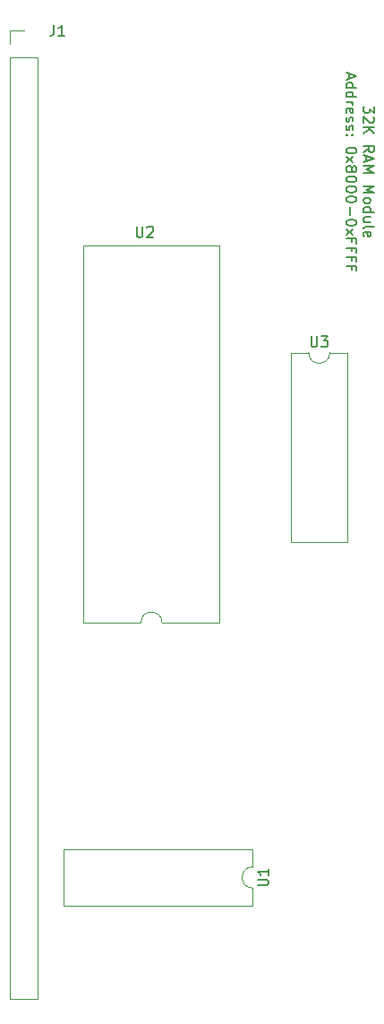
<source format=gbr>
%TF.GenerationSoftware,KiCad,Pcbnew,5.1.6-c6e7f7d~86~ubuntu18.04.1*%
%TF.CreationDate,2020-06-26T23:18:16+01:00*%
%TF.ProjectId,32KRAM_Higher_Rev1,33324b52-414d-45f4-9869-676865725f52,rev?*%
%TF.SameCoordinates,Original*%
%TF.FileFunction,Legend,Top*%
%TF.FilePolarity,Positive*%
%FSLAX46Y46*%
G04 Gerber Fmt 4.6, Leading zero omitted, Abs format (unit mm)*
G04 Created by KiCad (PCBNEW 5.1.6-c6e7f7d~86~ubuntu18.04.1) date 2020-06-26 23:18:16*
%MOMM*%
%LPD*%
G01*
G04 APERTURE LIST*
%ADD10C,0.150000*%
%ADD11C,0.120000*%
G04 APERTURE END LIST*
D10*
X92177619Y-77629523D02*
X92177619Y-78248571D01*
X91796666Y-77915238D01*
X91796666Y-78058095D01*
X91749047Y-78153333D01*
X91701428Y-78200952D01*
X91606190Y-78248571D01*
X91368095Y-78248571D01*
X91272857Y-78200952D01*
X91225238Y-78153333D01*
X91177619Y-78058095D01*
X91177619Y-77772380D01*
X91225238Y-77677142D01*
X91272857Y-77629523D01*
X92082380Y-78629523D02*
X92130000Y-78677142D01*
X92177619Y-78772380D01*
X92177619Y-79010476D01*
X92130000Y-79105714D01*
X92082380Y-79153333D01*
X91987142Y-79200952D01*
X91891904Y-79200952D01*
X91749047Y-79153333D01*
X91177619Y-78581904D01*
X91177619Y-79200952D01*
X91177619Y-79629523D02*
X92177619Y-79629523D01*
X91177619Y-80200952D02*
X91749047Y-79772380D01*
X92177619Y-80200952D02*
X91606190Y-79629523D01*
X91177619Y-81962857D02*
X91653809Y-81629523D01*
X91177619Y-81391428D02*
X92177619Y-81391428D01*
X92177619Y-81772380D01*
X92130000Y-81867619D01*
X92082380Y-81915238D01*
X91987142Y-81962857D01*
X91844285Y-81962857D01*
X91749047Y-81915238D01*
X91701428Y-81867619D01*
X91653809Y-81772380D01*
X91653809Y-81391428D01*
X91463333Y-82343809D02*
X91463333Y-82820000D01*
X91177619Y-82248571D02*
X92177619Y-82581904D01*
X91177619Y-82915238D01*
X91177619Y-83248571D02*
X92177619Y-83248571D01*
X91463333Y-83581904D01*
X92177619Y-83915238D01*
X91177619Y-83915238D01*
X91177619Y-85153333D02*
X92177619Y-85153333D01*
X91463333Y-85486666D01*
X92177619Y-85820000D01*
X91177619Y-85820000D01*
X91177619Y-86439047D02*
X91225238Y-86343809D01*
X91272857Y-86296190D01*
X91368095Y-86248571D01*
X91653809Y-86248571D01*
X91749047Y-86296190D01*
X91796666Y-86343809D01*
X91844285Y-86439047D01*
X91844285Y-86581904D01*
X91796666Y-86677142D01*
X91749047Y-86724761D01*
X91653809Y-86772380D01*
X91368095Y-86772380D01*
X91272857Y-86724761D01*
X91225238Y-86677142D01*
X91177619Y-86581904D01*
X91177619Y-86439047D01*
X91177619Y-87629523D02*
X92177619Y-87629523D01*
X91225238Y-87629523D02*
X91177619Y-87534285D01*
X91177619Y-87343809D01*
X91225238Y-87248571D01*
X91272857Y-87200952D01*
X91368095Y-87153333D01*
X91653809Y-87153333D01*
X91749047Y-87200952D01*
X91796666Y-87248571D01*
X91844285Y-87343809D01*
X91844285Y-87534285D01*
X91796666Y-87629523D01*
X91844285Y-88534285D02*
X91177619Y-88534285D01*
X91844285Y-88105714D02*
X91320476Y-88105714D01*
X91225238Y-88153333D01*
X91177619Y-88248571D01*
X91177619Y-88391428D01*
X91225238Y-88486666D01*
X91272857Y-88534285D01*
X91177619Y-89153333D02*
X91225238Y-89058095D01*
X91320476Y-89010476D01*
X92177619Y-89010476D01*
X91225238Y-89915238D02*
X91177619Y-89820000D01*
X91177619Y-89629523D01*
X91225238Y-89534285D01*
X91320476Y-89486666D01*
X91701428Y-89486666D01*
X91796666Y-89534285D01*
X91844285Y-89629523D01*
X91844285Y-89820000D01*
X91796666Y-89915238D01*
X91701428Y-89962857D01*
X91606190Y-89962857D01*
X91510952Y-89486666D01*
X89813333Y-74510476D02*
X89813333Y-74986666D01*
X89527619Y-74415238D02*
X90527619Y-74748571D01*
X89527619Y-75081904D01*
X89527619Y-75843809D02*
X90527619Y-75843809D01*
X89575238Y-75843809D02*
X89527619Y-75748571D01*
X89527619Y-75558095D01*
X89575238Y-75462857D01*
X89622857Y-75415238D01*
X89718095Y-75367619D01*
X90003809Y-75367619D01*
X90099047Y-75415238D01*
X90146666Y-75462857D01*
X90194285Y-75558095D01*
X90194285Y-75748571D01*
X90146666Y-75843809D01*
X89527619Y-76748571D02*
X90527619Y-76748571D01*
X89575238Y-76748571D02*
X89527619Y-76653333D01*
X89527619Y-76462857D01*
X89575238Y-76367619D01*
X89622857Y-76320000D01*
X89718095Y-76272380D01*
X90003809Y-76272380D01*
X90099047Y-76320000D01*
X90146666Y-76367619D01*
X90194285Y-76462857D01*
X90194285Y-76653333D01*
X90146666Y-76748571D01*
X89527619Y-77224761D02*
X90194285Y-77224761D01*
X90003809Y-77224761D02*
X90099047Y-77272380D01*
X90146666Y-77320000D01*
X90194285Y-77415238D01*
X90194285Y-77510476D01*
X89575238Y-78224761D02*
X89527619Y-78129523D01*
X89527619Y-77939047D01*
X89575238Y-77843809D01*
X89670476Y-77796190D01*
X90051428Y-77796190D01*
X90146666Y-77843809D01*
X90194285Y-77939047D01*
X90194285Y-78129523D01*
X90146666Y-78224761D01*
X90051428Y-78272380D01*
X89956190Y-78272380D01*
X89860952Y-77796190D01*
X89575238Y-78653333D02*
X89527619Y-78748571D01*
X89527619Y-78939047D01*
X89575238Y-79034285D01*
X89670476Y-79081904D01*
X89718095Y-79081904D01*
X89813333Y-79034285D01*
X89860952Y-78939047D01*
X89860952Y-78796190D01*
X89908571Y-78700952D01*
X90003809Y-78653333D01*
X90051428Y-78653333D01*
X90146666Y-78700952D01*
X90194285Y-78796190D01*
X90194285Y-78939047D01*
X90146666Y-79034285D01*
X89575238Y-79462857D02*
X89527619Y-79558095D01*
X89527619Y-79748571D01*
X89575238Y-79843809D01*
X89670476Y-79891428D01*
X89718095Y-79891428D01*
X89813333Y-79843809D01*
X89860952Y-79748571D01*
X89860952Y-79605714D01*
X89908571Y-79510476D01*
X90003809Y-79462857D01*
X90051428Y-79462857D01*
X90146666Y-79510476D01*
X90194285Y-79605714D01*
X90194285Y-79748571D01*
X90146666Y-79843809D01*
X89622857Y-80320000D02*
X89575238Y-80367619D01*
X89527619Y-80320000D01*
X89575238Y-80272380D01*
X89622857Y-80320000D01*
X89527619Y-80320000D01*
X90146666Y-80320000D02*
X90099047Y-80367619D01*
X90051428Y-80320000D01*
X90099047Y-80272380D01*
X90146666Y-80320000D01*
X90051428Y-80320000D01*
X90527619Y-81748571D02*
X90527619Y-81843809D01*
X90480000Y-81939047D01*
X90432380Y-81986666D01*
X90337142Y-82034285D01*
X90146666Y-82081904D01*
X89908571Y-82081904D01*
X89718095Y-82034285D01*
X89622857Y-81986666D01*
X89575238Y-81939047D01*
X89527619Y-81843809D01*
X89527619Y-81748571D01*
X89575238Y-81653333D01*
X89622857Y-81605714D01*
X89718095Y-81558095D01*
X89908571Y-81510476D01*
X90146666Y-81510476D01*
X90337142Y-81558095D01*
X90432380Y-81605714D01*
X90480000Y-81653333D01*
X90527619Y-81748571D01*
X89527619Y-82415238D02*
X90194285Y-82939047D01*
X90194285Y-82415238D02*
X89527619Y-82939047D01*
X90099047Y-83462857D02*
X90146666Y-83367619D01*
X90194285Y-83320000D01*
X90289523Y-83272380D01*
X90337142Y-83272380D01*
X90432380Y-83320000D01*
X90480000Y-83367619D01*
X90527619Y-83462857D01*
X90527619Y-83653333D01*
X90480000Y-83748571D01*
X90432380Y-83796190D01*
X90337142Y-83843809D01*
X90289523Y-83843809D01*
X90194285Y-83796190D01*
X90146666Y-83748571D01*
X90099047Y-83653333D01*
X90099047Y-83462857D01*
X90051428Y-83367619D01*
X90003809Y-83320000D01*
X89908571Y-83272380D01*
X89718095Y-83272380D01*
X89622857Y-83320000D01*
X89575238Y-83367619D01*
X89527619Y-83462857D01*
X89527619Y-83653333D01*
X89575238Y-83748571D01*
X89622857Y-83796190D01*
X89718095Y-83843809D01*
X89908571Y-83843809D01*
X90003809Y-83796190D01*
X90051428Y-83748571D01*
X90099047Y-83653333D01*
X90527619Y-84462857D02*
X90527619Y-84558095D01*
X90480000Y-84653333D01*
X90432380Y-84700952D01*
X90337142Y-84748571D01*
X90146666Y-84796190D01*
X89908571Y-84796190D01*
X89718095Y-84748571D01*
X89622857Y-84700952D01*
X89575238Y-84653333D01*
X89527619Y-84558095D01*
X89527619Y-84462857D01*
X89575238Y-84367619D01*
X89622857Y-84320000D01*
X89718095Y-84272380D01*
X89908571Y-84224761D01*
X90146666Y-84224761D01*
X90337142Y-84272380D01*
X90432380Y-84320000D01*
X90480000Y-84367619D01*
X90527619Y-84462857D01*
X90527619Y-85415238D02*
X90527619Y-85510476D01*
X90480000Y-85605714D01*
X90432380Y-85653333D01*
X90337142Y-85700952D01*
X90146666Y-85748571D01*
X89908571Y-85748571D01*
X89718095Y-85700952D01*
X89622857Y-85653333D01*
X89575238Y-85605714D01*
X89527619Y-85510476D01*
X89527619Y-85415238D01*
X89575238Y-85320000D01*
X89622857Y-85272380D01*
X89718095Y-85224761D01*
X89908571Y-85177142D01*
X90146666Y-85177142D01*
X90337142Y-85224761D01*
X90432380Y-85272380D01*
X90480000Y-85320000D01*
X90527619Y-85415238D01*
X90527619Y-86367619D02*
X90527619Y-86462857D01*
X90480000Y-86558095D01*
X90432380Y-86605714D01*
X90337142Y-86653333D01*
X90146666Y-86700952D01*
X89908571Y-86700952D01*
X89718095Y-86653333D01*
X89622857Y-86605714D01*
X89575238Y-86558095D01*
X89527619Y-86462857D01*
X89527619Y-86367619D01*
X89575238Y-86272380D01*
X89622857Y-86224761D01*
X89718095Y-86177142D01*
X89908571Y-86129523D01*
X90146666Y-86129523D01*
X90337142Y-86177142D01*
X90432380Y-86224761D01*
X90480000Y-86272380D01*
X90527619Y-86367619D01*
X89908571Y-87129523D02*
X89908571Y-87891428D01*
X90527619Y-88558095D02*
X90527619Y-88653333D01*
X90480000Y-88748571D01*
X90432380Y-88796190D01*
X90337142Y-88843809D01*
X90146666Y-88891428D01*
X89908571Y-88891428D01*
X89718095Y-88843809D01*
X89622857Y-88796190D01*
X89575238Y-88748571D01*
X89527619Y-88653333D01*
X89527619Y-88558095D01*
X89575238Y-88462857D01*
X89622857Y-88415238D01*
X89718095Y-88367619D01*
X89908571Y-88320000D01*
X90146666Y-88320000D01*
X90337142Y-88367619D01*
X90432380Y-88415238D01*
X90480000Y-88462857D01*
X90527619Y-88558095D01*
X89527619Y-89224761D02*
X90194285Y-89748571D01*
X90194285Y-89224761D02*
X89527619Y-89748571D01*
X90051428Y-90462857D02*
X90051428Y-90129523D01*
X89527619Y-90129523D02*
X90527619Y-90129523D01*
X90527619Y-90605714D01*
X90051428Y-91320000D02*
X90051428Y-90986666D01*
X89527619Y-90986666D02*
X90527619Y-90986666D01*
X90527619Y-91462857D01*
X90051428Y-92177142D02*
X90051428Y-91843809D01*
X89527619Y-91843809D02*
X90527619Y-91843809D01*
X90527619Y-92320000D01*
X90051428Y-93034285D02*
X90051428Y-92700952D01*
X89527619Y-92700952D02*
X90527619Y-92700952D01*
X90527619Y-93177142D01*
D11*
%TO.C,J1*%
X57725000Y-161985000D02*
X60385000Y-161985000D01*
X57725000Y-73025000D02*
X57725000Y-161985000D01*
X60385000Y-73025000D02*
X60385000Y-161985000D01*
X57725000Y-73025000D02*
X60385000Y-73025000D01*
X57725000Y-71755000D02*
X57725000Y-70425000D01*
X57725000Y-70425000D02*
X59055000Y-70425000D01*
%TO.C,U3*%
X87995000Y-100905000D02*
G75*
G02*
X85995000Y-100905000I-1000000J0D01*
G01*
X85995000Y-100905000D02*
X84345000Y-100905000D01*
X84345000Y-100905000D02*
X84345000Y-118805000D01*
X84345000Y-118805000D02*
X89645000Y-118805000D01*
X89645000Y-118805000D02*
X89645000Y-100905000D01*
X89645000Y-100905000D02*
X87995000Y-100905000D01*
%TO.C,U2*%
X70120000Y-126425000D02*
G75*
G02*
X72120000Y-126425000I1000000J0D01*
G01*
X72120000Y-126425000D02*
X77580000Y-126425000D01*
X77580000Y-126425000D02*
X77580000Y-90745000D01*
X77580000Y-90745000D02*
X64660000Y-90745000D01*
X64660000Y-90745000D02*
X64660000Y-126425000D01*
X64660000Y-126425000D02*
X70120000Y-126425000D01*
%TO.C,U1*%
X80705000Y-151495000D02*
G75*
G02*
X80705000Y-149495000I0J1000000D01*
G01*
X80705000Y-149495000D02*
X80705000Y-147845000D01*
X80705000Y-147845000D02*
X62805000Y-147845000D01*
X62805000Y-147845000D02*
X62805000Y-153145000D01*
X62805000Y-153145000D02*
X80705000Y-153145000D01*
X80705000Y-153145000D02*
X80705000Y-151495000D01*
%TO.C,J1*%
D10*
X61896666Y-69937380D02*
X61896666Y-70651666D01*
X61849047Y-70794523D01*
X61753809Y-70889761D01*
X61610952Y-70937380D01*
X61515714Y-70937380D01*
X62896666Y-70937380D02*
X62325238Y-70937380D01*
X62610952Y-70937380D02*
X62610952Y-69937380D01*
X62515714Y-70080238D01*
X62420476Y-70175476D01*
X62325238Y-70223095D01*
%TO.C,U3*%
X86233095Y-99357380D02*
X86233095Y-100166904D01*
X86280714Y-100262142D01*
X86328333Y-100309761D01*
X86423571Y-100357380D01*
X86614047Y-100357380D01*
X86709285Y-100309761D01*
X86756904Y-100262142D01*
X86804523Y-100166904D01*
X86804523Y-99357380D01*
X87185476Y-99357380D02*
X87804523Y-99357380D01*
X87471190Y-99738333D01*
X87614047Y-99738333D01*
X87709285Y-99785952D01*
X87756904Y-99833571D01*
X87804523Y-99928809D01*
X87804523Y-100166904D01*
X87756904Y-100262142D01*
X87709285Y-100309761D01*
X87614047Y-100357380D01*
X87328333Y-100357380D01*
X87233095Y-100309761D01*
X87185476Y-100262142D01*
%TO.C,U2*%
X69723095Y-88987380D02*
X69723095Y-89796904D01*
X69770714Y-89892142D01*
X69818333Y-89939761D01*
X69913571Y-89987380D01*
X70104047Y-89987380D01*
X70199285Y-89939761D01*
X70246904Y-89892142D01*
X70294523Y-89796904D01*
X70294523Y-88987380D01*
X70723095Y-89082619D02*
X70770714Y-89035000D01*
X70865952Y-88987380D01*
X71104047Y-88987380D01*
X71199285Y-89035000D01*
X71246904Y-89082619D01*
X71294523Y-89177857D01*
X71294523Y-89273095D01*
X71246904Y-89415952D01*
X70675476Y-89987380D01*
X71294523Y-89987380D01*
%TO.C,U1*%
X81157380Y-151256904D02*
X81966904Y-151256904D01*
X82062142Y-151209285D01*
X82109761Y-151161666D01*
X82157380Y-151066428D01*
X82157380Y-150875952D01*
X82109761Y-150780714D01*
X82062142Y-150733095D01*
X81966904Y-150685476D01*
X81157380Y-150685476D01*
X82157380Y-149685476D02*
X82157380Y-150256904D01*
X82157380Y-149971190D02*
X81157380Y-149971190D01*
X81300238Y-150066428D01*
X81395476Y-150161666D01*
X81443095Y-150256904D01*
%TD*%
M02*

</source>
